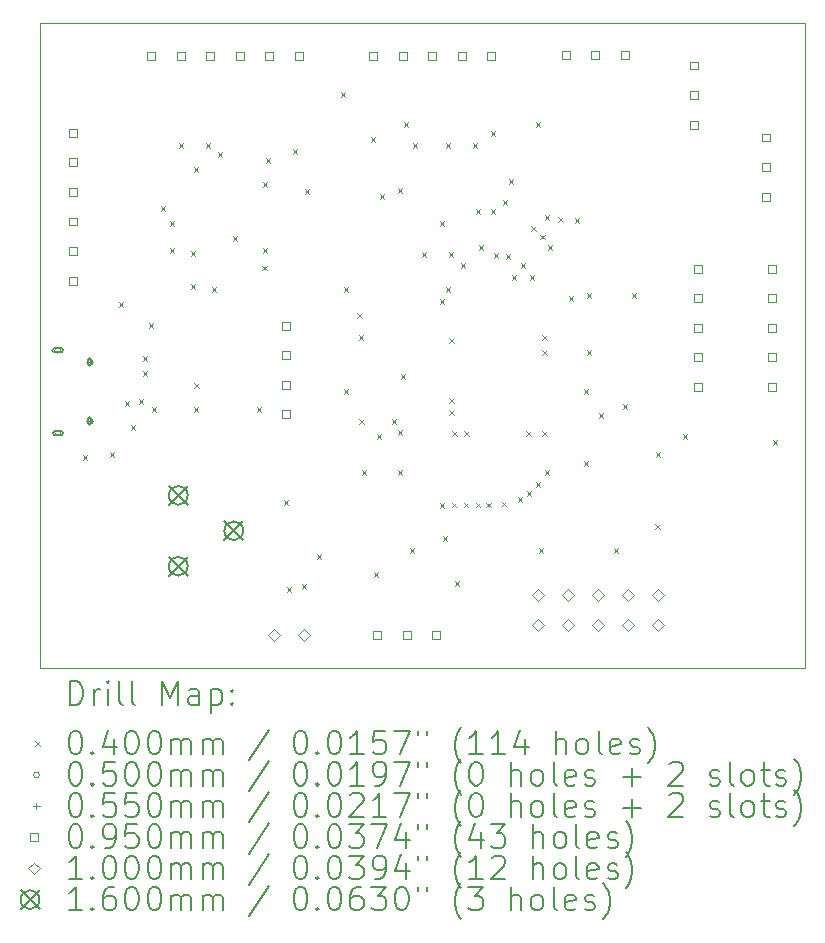
<source format=gbr>
%FSLAX45Y45*%
G04 Gerber Fmt 4.5, Leading zero omitted, Abs format (unit mm)*
G04 Created by KiCad (PCBNEW (6.0.1)) date 2023-10-20 16:17:00*
%MOMM*%
%LPD*%
G01*
G04 APERTURE LIST*
%TA.AperFunction,Profile*%
%ADD10C,0.100000*%
%TD*%
%ADD11C,0.200000*%
%ADD12C,0.040000*%
%ADD13C,0.050000*%
%ADD14C,0.055000*%
%ADD15C,0.095000*%
%ADD16C,0.100000*%
%ADD17C,0.160000*%
G04 APERTURE END LIST*
D10*
X14732000Y-6604000D02*
X21209000Y-6604000D01*
X21209000Y-6604000D02*
X21209000Y-12065000D01*
X14732000Y-12065000D02*
X14732000Y-6604000D01*
X21209000Y-12065000D02*
X14732000Y-12065000D01*
D11*
D12*
X15093000Y-10267000D02*
X15133000Y-10307000D01*
X15133000Y-10267000D02*
X15093000Y-10307000D01*
X15321600Y-10241600D02*
X15361600Y-10281600D01*
X15361600Y-10241600D02*
X15321600Y-10281600D01*
X15397800Y-8971600D02*
X15437800Y-9011600D01*
X15437800Y-8971600D02*
X15397800Y-9011600D01*
X15448600Y-9809800D02*
X15488600Y-9849800D01*
X15488600Y-9809800D02*
X15448600Y-9849800D01*
X15499400Y-10013000D02*
X15539400Y-10053000D01*
X15539400Y-10013000D02*
X15499400Y-10053000D01*
X15566331Y-9793669D02*
X15606331Y-9833669D01*
X15606331Y-9793669D02*
X15566331Y-9833669D01*
X15601000Y-9428800D02*
X15641000Y-9468800D01*
X15641000Y-9428800D02*
X15601000Y-9468800D01*
X15601000Y-9555800D02*
X15641000Y-9595800D01*
X15641000Y-9555800D02*
X15601000Y-9595800D01*
X15651800Y-9149400D02*
X15691800Y-9189400D01*
X15691800Y-9149400D02*
X15651800Y-9189400D01*
X15677200Y-9860600D02*
X15717200Y-9900600D01*
X15717200Y-9860600D02*
X15677200Y-9900600D01*
X15753400Y-8158800D02*
X15793400Y-8198800D01*
X15793400Y-8158800D02*
X15753400Y-8198800D01*
X15829600Y-8285800D02*
X15869600Y-8325800D01*
X15869600Y-8285800D02*
X15829600Y-8325800D01*
X15829600Y-8514400D02*
X15869600Y-8554400D01*
X15869600Y-8514400D02*
X15829600Y-8554400D01*
X15905800Y-7625400D02*
X15945800Y-7665400D01*
X15945800Y-7625400D02*
X15905800Y-7665400D01*
X16007400Y-8539800D02*
X16047400Y-8579800D01*
X16047400Y-8539800D02*
X16007400Y-8579800D01*
X16007400Y-8816700D02*
X16047400Y-8856700D01*
X16047400Y-8816700D02*
X16007400Y-8856700D01*
X16032800Y-7828600D02*
X16072800Y-7868600D01*
X16072800Y-7828600D02*
X16032800Y-7868600D01*
X16032800Y-9860600D02*
X16072800Y-9900600D01*
X16072800Y-9860600D02*
X16032800Y-9900600D01*
X16034998Y-9659598D02*
X16074998Y-9699598D01*
X16074998Y-9659598D02*
X16034998Y-9699598D01*
X16134400Y-7625400D02*
X16174400Y-7665400D01*
X16174400Y-7625400D02*
X16134400Y-7665400D01*
X16185200Y-8844600D02*
X16225200Y-8884600D01*
X16225200Y-8844600D02*
X16185200Y-8884600D01*
X16236000Y-7701600D02*
X16276000Y-7741600D01*
X16276000Y-7701600D02*
X16236000Y-7741600D01*
X16363000Y-8412800D02*
X16403000Y-8452800D01*
X16403000Y-8412800D02*
X16363000Y-8452800D01*
X16566200Y-9860600D02*
X16606200Y-9900600D01*
X16606200Y-9860600D02*
X16566200Y-9900600D01*
X16612500Y-8662500D02*
X16652500Y-8702500D01*
X16652500Y-8662500D02*
X16612500Y-8702500D01*
X16617000Y-7955600D02*
X16657000Y-7995600D01*
X16657000Y-7955600D02*
X16617000Y-7995600D01*
X16617000Y-8514400D02*
X16657000Y-8554400D01*
X16657000Y-8514400D02*
X16617000Y-8554400D01*
X16642400Y-7752400D02*
X16682400Y-7792400D01*
X16682400Y-7752400D02*
X16642400Y-7792400D01*
X16794800Y-10648000D02*
X16834800Y-10688000D01*
X16834800Y-10648000D02*
X16794800Y-10688000D01*
X16820200Y-11384600D02*
X16860200Y-11424600D01*
X16860200Y-11384600D02*
X16820200Y-11424600D01*
X16871000Y-7676200D02*
X16911000Y-7716200D01*
X16911000Y-7676200D02*
X16871000Y-7716200D01*
X16947200Y-11359200D02*
X16987200Y-11399200D01*
X16987200Y-11359200D02*
X16947200Y-11399200D01*
X16972600Y-8016750D02*
X17012600Y-8056750D01*
X17012600Y-8016750D02*
X16972600Y-8056750D01*
X17074200Y-11105200D02*
X17114200Y-11145200D01*
X17114200Y-11105200D02*
X17074200Y-11145200D01*
X17277400Y-7193600D02*
X17317400Y-7233600D01*
X17317400Y-7193600D02*
X17277400Y-7233600D01*
X17302800Y-8844600D02*
X17342800Y-8884600D01*
X17342800Y-8844600D02*
X17302800Y-8884600D01*
X17302800Y-9708200D02*
X17342800Y-9748200D01*
X17342800Y-9708200D02*
X17302800Y-9748200D01*
X17414902Y-9062698D02*
X17454902Y-9102698D01*
X17454902Y-9062698D02*
X17414902Y-9102698D01*
X17429800Y-9251000D02*
X17469800Y-9291000D01*
X17469800Y-9251000D02*
X17429800Y-9291000D01*
X17431950Y-9962200D02*
X17471950Y-10002200D01*
X17471950Y-9962200D02*
X17431950Y-10002200D01*
X17455200Y-10394000D02*
X17495200Y-10434000D01*
X17495200Y-10394000D02*
X17455200Y-10434000D01*
X17531400Y-7574600D02*
X17571400Y-7614600D01*
X17571400Y-7574600D02*
X17531400Y-7614600D01*
X17556800Y-11257600D02*
X17596800Y-11297600D01*
X17596800Y-11257600D02*
X17556800Y-11297600D01*
X17582200Y-10089200D02*
X17622200Y-10129200D01*
X17622200Y-10089200D02*
X17582200Y-10129200D01*
X17607600Y-8057200D02*
X17647600Y-8097200D01*
X17647600Y-8057200D02*
X17607600Y-8097200D01*
X17709200Y-9962200D02*
X17749200Y-10002200D01*
X17749200Y-9962200D02*
X17709200Y-10002200D01*
X17760000Y-8006400D02*
X17800000Y-8046400D01*
X17800000Y-8006400D02*
X17760000Y-8046400D01*
X17760000Y-10052350D02*
X17800000Y-10092350D01*
X17800000Y-10052350D02*
X17760000Y-10092350D01*
X17760000Y-10394000D02*
X17800000Y-10434000D01*
X17800000Y-10394000D02*
X17760000Y-10434000D01*
X17785400Y-9581200D02*
X17825400Y-9621200D01*
X17825400Y-9581200D02*
X17785400Y-9621200D01*
X17810800Y-7447600D02*
X17850800Y-7487600D01*
X17850800Y-7447600D02*
X17810800Y-7487600D01*
X17861600Y-11054400D02*
X17901600Y-11094400D01*
X17901600Y-11054400D02*
X17861600Y-11094400D01*
X17887000Y-7625400D02*
X17927000Y-7665400D01*
X17927000Y-7625400D02*
X17887000Y-7665400D01*
X17963200Y-8546650D02*
X18003200Y-8586650D01*
X18003200Y-8546650D02*
X17963200Y-8586650D01*
X18115600Y-8285800D02*
X18155600Y-8325800D01*
X18155600Y-8285800D02*
X18115600Y-8325800D01*
X18115600Y-8946200D02*
X18155600Y-8986200D01*
X18155600Y-8946200D02*
X18115600Y-8986200D01*
X18115600Y-10673400D02*
X18155600Y-10713400D01*
X18155600Y-10673400D02*
X18115600Y-10713400D01*
X18141000Y-10952800D02*
X18181000Y-10992800D01*
X18181000Y-10952800D02*
X18141000Y-10992800D01*
X18166400Y-7625400D02*
X18206400Y-7665400D01*
X18206400Y-7625400D02*
X18166400Y-7665400D01*
X18166400Y-8844600D02*
X18206400Y-8884600D01*
X18206400Y-8844600D02*
X18166400Y-8884600D01*
X18191800Y-8546650D02*
X18231800Y-8586650D01*
X18231800Y-8546650D02*
X18191800Y-8586650D01*
X18193950Y-9276400D02*
X18233950Y-9316400D01*
X18233950Y-9276400D02*
X18193950Y-9316400D01*
X18193950Y-9784400D02*
X18233950Y-9824400D01*
X18233950Y-9784400D02*
X18193950Y-9824400D01*
X18197500Y-9887500D02*
X18237500Y-9927500D01*
X18237500Y-9887500D02*
X18197500Y-9927500D01*
X18217200Y-10669650D02*
X18257200Y-10709650D01*
X18257200Y-10669650D02*
X18217200Y-10709650D01*
X18219350Y-10063800D02*
X18259350Y-10103800D01*
X18259350Y-10063800D02*
X18219350Y-10103800D01*
X18242600Y-11333800D02*
X18282600Y-11373800D01*
X18282600Y-11333800D02*
X18242600Y-11373800D01*
X18293400Y-8641400D02*
X18333400Y-8681400D01*
X18333400Y-8641400D02*
X18293400Y-8681400D01*
X18318800Y-10669650D02*
X18358800Y-10709650D01*
X18358800Y-10669650D02*
X18318800Y-10709650D01*
X18320950Y-10063800D02*
X18360950Y-10103800D01*
X18360950Y-10063800D02*
X18320950Y-10103800D01*
X18395000Y-7625400D02*
X18435000Y-7665400D01*
X18435000Y-7625400D02*
X18395000Y-7665400D01*
X18420400Y-8180897D02*
X18460400Y-8220897D01*
X18460400Y-8180897D02*
X18420400Y-8220897D01*
X18420400Y-10669650D02*
X18460400Y-10709650D01*
X18460400Y-10669650D02*
X18420400Y-10709650D01*
X18445800Y-8489000D02*
X18485800Y-8529000D01*
X18485800Y-8489000D02*
X18445800Y-8529000D01*
X18510350Y-10669650D02*
X18550350Y-10709650D01*
X18550350Y-10669650D02*
X18510350Y-10709650D01*
X18547400Y-7523800D02*
X18587400Y-7563800D01*
X18587400Y-7523800D02*
X18547400Y-7563800D01*
X18547400Y-8180897D02*
X18587400Y-8220897D01*
X18587400Y-8180897D02*
X18547400Y-8220897D01*
X18572800Y-8558950D02*
X18612800Y-8598950D01*
X18612800Y-8558950D02*
X18572800Y-8598950D01*
X18639513Y-10660163D02*
X18679513Y-10700163D01*
X18679513Y-10660163D02*
X18639513Y-10700163D01*
X18649000Y-8108000D02*
X18689000Y-8148000D01*
X18689000Y-8108000D02*
X18649000Y-8148000D01*
X18674400Y-8565200D02*
X18714400Y-8605200D01*
X18714400Y-8565200D02*
X18674400Y-8605200D01*
X18699800Y-7930200D02*
X18739800Y-7970200D01*
X18739800Y-7930200D02*
X18699800Y-7970200D01*
X18725200Y-8743000D02*
X18765200Y-8783000D01*
X18765200Y-8743000D02*
X18725200Y-8783000D01*
X18776000Y-10622600D02*
X18816000Y-10662600D01*
X18816000Y-10622600D02*
X18776000Y-10662600D01*
X18801400Y-8641400D02*
X18841400Y-8681400D01*
X18841400Y-8641400D02*
X18801400Y-8681400D01*
X18845000Y-10062500D02*
X18885000Y-10102500D01*
X18885000Y-10062500D02*
X18845000Y-10102500D01*
X18852200Y-10571800D02*
X18892200Y-10611800D01*
X18892200Y-10571800D02*
X18852200Y-10611800D01*
X18877600Y-8743000D02*
X18917600Y-8783000D01*
X18917600Y-8743000D02*
X18877600Y-8783000D01*
X18891638Y-8325797D02*
X18931638Y-8365797D01*
X18931638Y-8325797D02*
X18891638Y-8365797D01*
X18928400Y-7447600D02*
X18968400Y-7487600D01*
X18968400Y-7447600D02*
X18928400Y-7487600D01*
X18928400Y-10495600D02*
X18968400Y-10535600D01*
X18968400Y-10495600D02*
X18928400Y-10535600D01*
X18953800Y-11054400D02*
X18993800Y-11094400D01*
X18993800Y-11054400D02*
X18953800Y-11094400D01*
X18967838Y-8398762D02*
X19007838Y-8438762D01*
X19007838Y-8398762D02*
X18967838Y-8438762D01*
X18981350Y-9251000D02*
X19021350Y-9291000D01*
X19021350Y-9251000D02*
X18981350Y-9291000D01*
X18981350Y-9378000D02*
X19021350Y-9418000D01*
X19021350Y-9378000D02*
X18981350Y-9418000D01*
X18981350Y-10063800D02*
X19021350Y-10103800D01*
X19021350Y-10063800D02*
X18981350Y-10103800D01*
X19004600Y-8235000D02*
X19044600Y-8275000D01*
X19044600Y-8235000D02*
X19004600Y-8275000D01*
X19004600Y-10394000D02*
X19044600Y-10434000D01*
X19044600Y-10394000D02*
X19004600Y-10434000D01*
X19030000Y-8489000D02*
X19070000Y-8529000D01*
X19070000Y-8489000D02*
X19030000Y-8529000D01*
X19117562Y-8249038D02*
X19157562Y-8289038D01*
X19157562Y-8249038D02*
X19117562Y-8289038D01*
X19207800Y-8920800D02*
X19247800Y-8960800D01*
X19247800Y-8920800D02*
X19207800Y-8960800D01*
X19258600Y-8260400D02*
X19298600Y-8300400D01*
X19298600Y-8260400D02*
X19258600Y-8300400D01*
X19334800Y-9708200D02*
X19374800Y-9748200D01*
X19374800Y-9708200D02*
X19334800Y-9748200D01*
X19334800Y-10317800D02*
X19374800Y-10357800D01*
X19374800Y-10317800D02*
X19334800Y-10357800D01*
X19360200Y-8895400D02*
X19400200Y-8935400D01*
X19400200Y-8895400D02*
X19360200Y-8935400D01*
X19360200Y-9378000D02*
X19400200Y-9418000D01*
X19400200Y-9378000D02*
X19360200Y-9418000D01*
X19461800Y-9911400D02*
X19501800Y-9951400D01*
X19501800Y-9911400D02*
X19461800Y-9951400D01*
X19588800Y-11054400D02*
X19628800Y-11094400D01*
X19628800Y-11054400D02*
X19588800Y-11094400D01*
X19665000Y-9835200D02*
X19705000Y-9875200D01*
X19705000Y-9835200D02*
X19665000Y-9875200D01*
X19741200Y-8895400D02*
X19781200Y-8935400D01*
X19781200Y-8895400D02*
X19741200Y-8935400D01*
X19940800Y-10847600D02*
X19980800Y-10887600D01*
X19980800Y-10847600D02*
X19940800Y-10887600D01*
X19944400Y-10241600D02*
X19984400Y-10281600D01*
X19984400Y-10241600D02*
X19944400Y-10281600D01*
X20173000Y-10089200D02*
X20213000Y-10129200D01*
X20213000Y-10089200D02*
X20173000Y-10129200D01*
X20935000Y-10140000D02*
X20975000Y-10180000D01*
X20975000Y-10140000D02*
X20935000Y-10180000D01*
D13*
X14906400Y-9378200D02*
G75*
G03*
X14906400Y-9378200I-25000J0D01*
G01*
D11*
X14913900Y-9363200D02*
X14848900Y-9363200D01*
X14913900Y-9393200D02*
X14848900Y-9393200D01*
X14848900Y-9363200D02*
G75*
G03*
X14848900Y-9393200I0J-15000D01*
G01*
X14913900Y-9393200D02*
G75*
G03*
X14913900Y-9363200I0J15000D01*
G01*
D13*
X14906400Y-10078200D02*
G75*
G03*
X14906400Y-10078200I-25000J0D01*
G01*
D11*
X14913900Y-10063200D02*
X14848900Y-10063200D01*
X14913900Y-10093200D02*
X14848900Y-10093200D01*
X14848900Y-10063200D02*
G75*
G03*
X14848900Y-10093200I0J-15000D01*
G01*
X14913900Y-10093200D02*
G75*
G03*
X14913900Y-10063200I0J15000D01*
G01*
D14*
X15151400Y-9450700D02*
X15151400Y-9505700D01*
X15123900Y-9478200D02*
X15178900Y-9478200D01*
D11*
X15133900Y-9463200D02*
X15133900Y-9493200D01*
X15168900Y-9463200D02*
X15168900Y-9493200D01*
X15133900Y-9493200D02*
G75*
G03*
X15168900Y-9493200I17500J0D01*
G01*
X15168900Y-9463200D02*
G75*
G03*
X15133900Y-9463200I-17500J0D01*
G01*
D14*
X15151400Y-9950700D02*
X15151400Y-10005700D01*
X15123900Y-9978200D02*
X15178900Y-9978200D01*
D11*
X15133900Y-9963200D02*
X15133900Y-9993200D01*
X15168900Y-9963200D02*
X15168900Y-9993200D01*
X15133900Y-9993200D02*
G75*
G03*
X15168900Y-9993200I17500J0D01*
G01*
X15168900Y-9963200D02*
G75*
G03*
X15133900Y-9963200I-17500J0D01*
G01*
D15*
X15044988Y-7571988D02*
X15044988Y-7504812D01*
X14977812Y-7504812D01*
X14977812Y-7571988D01*
X15044988Y-7571988D01*
X15044988Y-7821988D02*
X15044988Y-7754812D01*
X14977812Y-7754812D01*
X14977812Y-7821988D01*
X15044988Y-7821988D01*
X15044988Y-8071988D02*
X15044988Y-8004812D01*
X14977812Y-8004812D01*
X14977812Y-8071988D01*
X15044988Y-8071988D01*
X15044988Y-8321988D02*
X15044988Y-8254812D01*
X14977812Y-8254812D01*
X14977812Y-8321988D01*
X15044988Y-8321988D01*
X15044988Y-8571988D02*
X15044988Y-8504812D01*
X14977812Y-8504812D01*
X14977812Y-8571988D01*
X15044988Y-8571988D01*
X15044988Y-8821988D02*
X15044988Y-8754812D01*
X14977812Y-8754812D01*
X14977812Y-8821988D01*
X15044988Y-8821988D01*
X15705388Y-6916988D02*
X15705388Y-6849812D01*
X15638212Y-6849812D01*
X15638212Y-6916988D01*
X15705388Y-6916988D01*
X15955388Y-6916988D02*
X15955388Y-6849812D01*
X15888212Y-6849812D01*
X15888212Y-6916988D01*
X15955388Y-6916988D01*
X16205388Y-6916988D02*
X16205388Y-6849812D01*
X16138212Y-6849812D01*
X16138212Y-6916988D01*
X16205388Y-6916988D01*
X16455388Y-6916988D02*
X16455388Y-6849812D01*
X16388212Y-6849812D01*
X16388212Y-6916988D01*
X16455388Y-6916988D01*
X16705388Y-6916988D02*
X16705388Y-6849812D01*
X16638212Y-6849812D01*
X16638212Y-6916988D01*
X16705388Y-6916988D01*
X16848388Y-9202988D02*
X16848388Y-9135812D01*
X16781212Y-9135812D01*
X16781212Y-9202988D01*
X16848388Y-9202988D01*
X16848388Y-9452988D02*
X16848388Y-9385812D01*
X16781212Y-9385812D01*
X16781212Y-9452988D01*
X16848388Y-9452988D01*
X16848388Y-9702988D02*
X16848388Y-9635812D01*
X16781212Y-9635812D01*
X16781212Y-9702988D01*
X16848388Y-9702988D01*
X16848388Y-9952988D02*
X16848388Y-9885812D01*
X16781212Y-9885812D01*
X16781212Y-9952988D01*
X16848388Y-9952988D01*
X16955388Y-6916988D02*
X16955388Y-6849812D01*
X16888212Y-6849812D01*
X16888212Y-6916988D01*
X16955388Y-6916988D01*
X17584988Y-6916988D02*
X17584988Y-6849812D01*
X17517812Y-6849812D01*
X17517812Y-6916988D01*
X17584988Y-6916988D01*
X17618388Y-11823788D02*
X17618388Y-11756612D01*
X17551212Y-11756612D01*
X17551212Y-11823788D01*
X17618388Y-11823788D01*
X17834988Y-6916988D02*
X17834988Y-6849812D01*
X17767812Y-6849812D01*
X17767812Y-6916988D01*
X17834988Y-6916988D01*
X17868388Y-11823788D02*
X17868388Y-11756612D01*
X17801212Y-11756612D01*
X17801212Y-11823788D01*
X17868388Y-11823788D01*
X18084988Y-6916988D02*
X18084988Y-6849812D01*
X18017812Y-6849812D01*
X18017812Y-6916988D01*
X18084988Y-6916988D01*
X18118388Y-11823788D02*
X18118388Y-11756612D01*
X18051212Y-11756612D01*
X18051212Y-11823788D01*
X18118388Y-11823788D01*
X18334988Y-6916988D02*
X18334988Y-6849812D01*
X18267812Y-6849812D01*
X18267812Y-6916988D01*
X18334988Y-6916988D01*
X18584988Y-6916988D02*
X18584988Y-6849812D01*
X18517812Y-6849812D01*
X18517812Y-6916988D01*
X18584988Y-6916988D01*
X19214588Y-6912388D02*
X19214588Y-6845212D01*
X19147412Y-6845212D01*
X19147412Y-6912388D01*
X19214588Y-6912388D01*
X19464588Y-6912388D02*
X19464588Y-6845212D01*
X19397412Y-6845212D01*
X19397412Y-6912388D01*
X19464588Y-6912388D01*
X19714588Y-6912388D02*
X19714588Y-6845212D01*
X19647412Y-6845212D01*
X19647412Y-6912388D01*
X19714588Y-6912388D01*
X20302788Y-7001188D02*
X20302788Y-6934012D01*
X20235612Y-6934012D01*
X20235612Y-7001188D01*
X20302788Y-7001188D01*
X20302788Y-7251188D02*
X20302788Y-7184012D01*
X20235612Y-7184012D01*
X20235612Y-7251188D01*
X20302788Y-7251188D01*
X20302788Y-7501188D02*
X20302788Y-7434012D01*
X20235612Y-7434012D01*
X20235612Y-7501188D01*
X20302788Y-7501188D01*
X20332788Y-8720388D02*
X20332788Y-8653212D01*
X20265612Y-8653212D01*
X20265612Y-8720388D01*
X20332788Y-8720388D01*
X20332788Y-8970388D02*
X20332788Y-8903212D01*
X20265612Y-8903212D01*
X20265612Y-8970388D01*
X20332788Y-8970388D01*
X20332788Y-9220388D02*
X20332788Y-9153212D01*
X20265612Y-9153212D01*
X20265612Y-9220388D01*
X20332788Y-9220388D01*
X20332788Y-9470388D02*
X20332788Y-9403212D01*
X20265612Y-9403212D01*
X20265612Y-9470388D01*
X20332788Y-9470388D01*
X20332788Y-9720388D02*
X20332788Y-9653212D01*
X20265612Y-9653212D01*
X20265612Y-9720388D01*
X20332788Y-9720388D01*
X20912388Y-7610788D02*
X20912388Y-7543612D01*
X20845212Y-7543612D01*
X20845212Y-7610788D01*
X20912388Y-7610788D01*
X20912388Y-7860788D02*
X20912388Y-7793612D01*
X20845212Y-7793612D01*
X20845212Y-7860788D01*
X20912388Y-7860788D01*
X20912388Y-8110788D02*
X20912388Y-8043612D01*
X20845212Y-8043612D01*
X20845212Y-8110788D01*
X20912388Y-8110788D01*
X20963188Y-8720388D02*
X20963188Y-8653212D01*
X20896012Y-8653212D01*
X20896012Y-8720388D01*
X20963188Y-8720388D01*
X20963188Y-8970388D02*
X20963188Y-8903212D01*
X20896012Y-8903212D01*
X20896012Y-8970388D01*
X20963188Y-8970388D01*
X20963188Y-9220388D02*
X20963188Y-9153212D01*
X20896012Y-9153212D01*
X20896012Y-9220388D01*
X20963188Y-9220388D01*
X20963188Y-9470388D02*
X20963188Y-9403212D01*
X20896012Y-9403212D01*
X20896012Y-9470388D01*
X20963188Y-9470388D01*
X20963188Y-9720388D02*
X20963188Y-9653212D01*
X20896012Y-9653212D01*
X20896012Y-9720388D01*
X20963188Y-9720388D01*
D16*
X16715200Y-11840200D02*
X16765200Y-11790200D01*
X16715200Y-11740200D01*
X16665200Y-11790200D01*
X16715200Y-11840200D01*
X16965200Y-11840200D02*
X17015200Y-11790200D01*
X16965200Y-11740200D01*
X16915200Y-11790200D01*
X16965200Y-11840200D01*
X18949500Y-11502500D02*
X18999500Y-11452500D01*
X18949500Y-11402500D01*
X18899500Y-11452500D01*
X18949500Y-11502500D01*
X18949500Y-11756500D02*
X18999500Y-11706500D01*
X18949500Y-11656500D01*
X18899500Y-11706500D01*
X18949500Y-11756500D01*
X19203500Y-11502500D02*
X19253500Y-11452500D01*
X19203500Y-11402500D01*
X19153500Y-11452500D01*
X19203500Y-11502500D01*
X19203500Y-11756500D02*
X19253500Y-11706500D01*
X19203500Y-11656500D01*
X19153500Y-11706500D01*
X19203500Y-11756500D01*
X19457500Y-11502500D02*
X19507500Y-11452500D01*
X19457500Y-11402500D01*
X19407500Y-11452500D01*
X19457500Y-11502500D01*
X19457500Y-11756500D02*
X19507500Y-11706500D01*
X19457500Y-11656500D01*
X19407500Y-11706500D01*
X19457500Y-11756500D01*
X19711500Y-11502500D02*
X19761500Y-11452500D01*
X19711500Y-11402500D01*
X19661500Y-11452500D01*
X19711500Y-11502500D01*
X19711500Y-11756500D02*
X19761500Y-11706500D01*
X19711500Y-11656500D01*
X19661500Y-11706500D01*
X19711500Y-11756500D01*
X19965500Y-11502500D02*
X20015500Y-11452500D01*
X19965500Y-11402500D01*
X19915500Y-11452500D01*
X19965500Y-11502500D01*
X19965500Y-11756500D02*
X20015500Y-11706500D01*
X19965500Y-11656500D01*
X19915500Y-11706500D01*
X19965500Y-11756500D01*
D17*
X15821600Y-10526800D02*
X15981600Y-10686800D01*
X15981600Y-10526800D02*
X15821600Y-10686800D01*
X15981600Y-10606800D02*
G75*
G03*
X15981600Y-10606800I-80000J0D01*
G01*
X15821600Y-11126800D02*
X15981600Y-11286800D01*
X15981600Y-11126800D02*
X15821600Y-11286800D01*
X15981600Y-11206800D02*
G75*
G03*
X15981600Y-11206800I-80000J0D01*
G01*
X16291600Y-10826800D02*
X16451600Y-10986800D01*
X16451600Y-10826800D02*
X16291600Y-10986800D01*
X16451600Y-10906800D02*
G75*
G03*
X16451600Y-10906800I-80000J0D01*
G01*
D11*
X14984619Y-12380476D02*
X14984619Y-12180476D01*
X15032238Y-12180476D01*
X15060809Y-12190000D01*
X15079857Y-12209048D01*
X15089381Y-12228095D01*
X15098905Y-12266190D01*
X15098905Y-12294762D01*
X15089381Y-12332857D01*
X15079857Y-12351905D01*
X15060809Y-12370952D01*
X15032238Y-12380476D01*
X14984619Y-12380476D01*
X15184619Y-12380476D02*
X15184619Y-12247143D01*
X15184619Y-12285238D02*
X15194143Y-12266190D01*
X15203667Y-12256667D01*
X15222714Y-12247143D01*
X15241762Y-12247143D01*
X15308428Y-12380476D02*
X15308428Y-12247143D01*
X15308428Y-12180476D02*
X15298905Y-12190000D01*
X15308428Y-12199524D01*
X15317952Y-12190000D01*
X15308428Y-12180476D01*
X15308428Y-12199524D01*
X15432238Y-12380476D02*
X15413190Y-12370952D01*
X15403667Y-12351905D01*
X15403667Y-12180476D01*
X15537000Y-12380476D02*
X15517952Y-12370952D01*
X15508428Y-12351905D01*
X15508428Y-12180476D01*
X15765571Y-12380476D02*
X15765571Y-12180476D01*
X15832238Y-12323333D01*
X15898905Y-12180476D01*
X15898905Y-12380476D01*
X16079857Y-12380476D02*
X16079857Y-12275714D01*
X16070333Y-12256667D01*
X16051286Y-12247143D01*
X16013190Y-12247143D01*
X15994143Y-12256667D01*
X16079857Y-12370952D02*
X16060809Y-12380476D01*
X16013190Y-12380476D01*
X15994143Y-12370952D01*
X15984619Y-12351905D01*
X15984619Y-12332857D01*
X15994143Y-12313809D01*
X16013190Y-12304286D01*
X16060809Y-12304286D01*
X16079857Y-12294762D01*
X16175095Y-12247143D02*
X16175095Y-12447143D01*
X16175095Y-12256667D02*
X16194143Y-12247143D01*
X16232238Y-12247143D01*
X16251286Y-12256667D01*
X16260809Y-12266190D01*
X16270333Y-12285238D01*
X16270333Y-12342381D01*
X16260809Y-12361428D01*
X16251286Y-12370952D01*
X16232238Y-12380476D01*
X16194143Y-12380476D01*
X16175095Y-12370952D01*
X16356048Y-12361428D02*
X16365571Y-12370952D01*
X16356048Y-12380476D01*
X16346524Y-12370952D01*
X16356048Y-12361428D01*
X16356048Y-12380476D01*
X16356048Y-12256667D02*
X16365571Y-12266190D01*
X16356048Y-12275714D01*
X16346524Y-12266190D01*
X16356048Y-12256667D01*
X16356048Y-12275714D01*
D12*
X14687000Y-12690000D02*
X14727000Y-12730000D01*
X14727000Y-12690000D02*
X14687000Y-12730000D01*
D11*
X15022714Y-12600476D02*
X15041762Y-12600476D01*
X15060809Y-12610000D01*
X15070333Y-12619524D01*
X15079857Y-12638571D01*
X15089381Y-12676667D01*
X15089381Y-12724286D01*
X15079857Y-12762381D01*
X15070333Y-12781428D01*
X15060809Y-12790952D01*
X15041762Y-12800476D01*
X15022714Y-12800476D01*
X15003667Y-12790952D01*
X14994143Y-12781428D01*
X14984619Y-12762381D01*
X14975095Y-12724286D01*
X14975095Y-12676667D01*
X14984619Y-12638571D01*
X14994143Y-12619524D01*
X15003667Y-12610000D01*
X15022714Y-12600476D01*
X15175095Y-12781428D02*
X15184619Y-12790952D01*
X15175095Y-12800476D01*
X15165571Y-12790952D01*
X15175095Y-12781428D01*
X15175095Y-12800476D01*
X15356048Y-12667143D02*
X15356048Y-12800476D01*
X15308428Y-12590952D02*
X15260809Y-12733809D01*
X15384619Y-12733809D01*
X15498905Y-12600476D02*
X15517952Y-12600476D01*
X15537000Y-12610000D01*
X15546524Y-12619524D01*
X15556048Y-12638571D01*
X15565571Y-12676667D01*
X15565571Y-12724286D01*
X15556048Y-12762381D01*
X15546524Y-12781428D01*
X15537000Y-12790952D01*
X15517952Y-12800476D01*
X15498905Y-12800476D01*
X15479857Y-12790952D01*
X15470333Y-12781428D01*
X15460809Y-12762381D01*
X15451286Y-12724286D01*
X15451286Y-12676667D01*
X15460809Y-12638571D01*
X15470333Y-12619524D01*
X15479857Y-12610000D01*
X15498905Y-12600476D01*
X15689381Y-12600476D02*
X15708428Y-12600476D01*
X15727476Y-12610000D01*
X15737000Y-12619524D01*
X15746524Y-12638571D01*
X15756048Y-12676667D01*
X15756048Y-12724286D01*
X15746524Y-12762381D01*
X15737000Y-12781428D01*
X15727476Y-12790952D01*
X15708428Y-12800476D01*
X15689381Y-12800476D01*
X15670333Y-12790952D01*
X15660809Y-12781428D01*
X15651286Y-12762381D01*
X15641762Y-12724286D01*
X15641762Y-12676667D01*
X15651286Y-12638571D01*
X15660809Y-12619524D01*
X15670333Y-12610000D01*
X15689381Y-12600476D01*
X15841762Y-12800476D02*
X15841762Y-12667143D01*
X15841762Y-12686190D02*
X15851286Y-12676667D01*
X15870333Y-12667143D01*
X15898905Y-12667143D01*
X15917952Y-12676667D01*
X15927476Y-12695714D01*
X15927476Y-12800476D01*
X15927476Y-12695714D02*
X15937000Y-12676667D01*
X15956048Y-12667143D01*
X15984619Y-12667143D01*
X16003667Y-12676667D01*
X16013190Y-12695714D01*
X16013190Y-12800476D01*
X16108428Y-12800476D02*
X16108428Y-12667143D01*
X16108428Y-12686190D02*
X16117952Y-12676667D01*
X16137000Y-12667143D01*
X16165571Y-12667143D01*
X16184619Y-12676667D01*
X16194143Y-12695714D01*
X16194143Y-12800476D01*
X16194143Y-12695714D02*
X16203667Y-12676667D01*
X16222714Y-12667143D01*
X16251286Y-12667143D01*
X16270333Y-12676667D01*
X16279857Y-12695714D01*
X16279857Y-12800476D01*
X16670333Y-12590952D02*
X16498905Y-12848095D01*
X16927476Y-12600476D02*
X16946524Y-12600476D01*
X16965571Y-12610000D01*
X16975095Y-12619524D01*
X16984619Y-12638571D01*
X16994143Y-12676667D01*
X16994143Y-12724286D01*
X16984619Y-12762381D01*
X16975095Y-12781428D01*
X16965571Y-12790952D01*
X16946524Y-12800476D01*
X16927476Y-12800476D01*
X16908429Y-12790952D01*
X16898905Y-12781428D01*
X16889381Y-12762381D01*
X16879857Y-12724286D01*
X16879857Y-12676667D01*
X16889381Y-12638571D01*
X16898905Y-12619524D01*
X16908429Y-12610000D01*
X16927476Y-12600476D01*
X17079857Y-12781428D02*
X17089381Y-12790952D01*
X17079857Y-12800476D01*
X17070333Y-12790952D01*
X17079857Y-12781428D01*
X17079857Y-12800476D01*
X17213190Y-12600476D02*
X17232238Y-12600476D01*
X17251286Y-12610000D01*
X17260810Y-12619524D01*
X17270333Y-12638571D01*
X17279857Y-12676667D01*
X17279857Y-12724286D01*
X17270333Y-12762381D01*
X17260810Y-12781428D01*
X17251286Y-12790952D01*
X17232238Y-12800476D01*
X17213190Y-12800476D01*
X17194143Y-12790952D01*
X17184619Y-12781428D01*
X17175095Y-12762381D01*
X17165571Y-12724286D01*
X17165571Y-12676667D01*
X17175095Y-12638571D01*
X17184619Y-12619524D01*
X17194143Y-12610000D01*
X17213190Y-12600476D01*
X17470333Y-12800476D02*
X17356048Y-12800476D01*
X17413190Y-12800476D02*
X17413190Y-12600476D01*
X17394143Y-12629048D01*
X17375095Y-12648095D01*
X17356048Y-12657619D01*
X17651286Y-12600476D02*
X17556048Y-12600476D01*
X17546524Y-12695714D01*
X17556048Y-12686190D01*
X17575095Y-12676667D01*
X17622714Y-12676667D01*
X17641762Y-12686190D01*
X17651286Y-12695714D01*
X17660810Y-12714762D01*
X17660810Y-12762381D01*
X17651286Y-12781428D01*
X17641762Y-12790952D01*
X17622714Y-12800476D01*
X17575095Y-12800476D01*
X17556048Y-12790952D01*
X17546524Y-12781428D01*
X17727476Y-12600476D02*
X17860810Y-12600476D01*
X17775095Y-12800476D01*
X17927476Y-12600476D02*
X17927476Y-12638571D01*
X18003667Y-12600476D02*
X18003667Y-12638571D01*
X18298905Y-12876667D02*
X18289381Y-12867143D01*
X18270333Y-12838571D01*
X18260810Y-12819524D01*
X18251286Y-12790952D01*
X18241762Y-12743333D01*
X18241762Y-12705238D01*
X18251286Y-12657619D01*
X18260810Y-12629048D01*
X18270333Y-12610000D01*
X18289381Y-12581428D01*
X18298905Y-12571905D01*
X18479857Y-12800476D02*
X18365571Y-12800476D01*
X18422714Y-12800476D02*
X18422714Y-12600476D01*
X18403667Y-12629048D01*
X18384619Y-12648095D01*
X18365571Y-12657619D01*
X18670333Y-12800476D02*
X18556048Y-12800476D01*
X18613190Y-12800476D02*
X18613190Y-12600476D01*
X18594143Y-12629048D01*
X18575095Y-12648095D01*
X18556048Y-12657619D01*
X18841762Y-12667143D02*
X18841762Y-12800476D01*
X18794143Y-12590952D02*
X18746524Y-12733809D01*
X18870333Y-12733809D01*
X19098905Y-12800476D02*
X19098905Y-12600476D01*
X19184619Y-12800476D02*
X19184619Y-12695714D01*
X19175095Y-12676667D01*
X19156048Y-12667143D01*
X19127476Y-12667143D01*
X19108429Y-12676667D01*
X19098905Y-12686190D01*
X19308429Y-12800476D02*
X19289381Y-12790952D01*
X19279857Y-12781428D01*
X19270333Y-12762381D01*
X19270333Y-12705238D01*
X19279857Y-12686190D01*
X19289381Y-12676667D01*
X19308429Y-12667143D01*
X19337000Y-12667143D01*
X19356048Y-12676667D01*
X19365571Y-12686190D01*
X19375095Y-12705238D01*
X19375095Y-12762381D01*
X19365571Y-12781428D01*
X19356048Y-12790952D01*
X19337000Y-12800476D01*
X19308429Y-12800476D01*
X19489381Y-12800476D02*
X19470333Y-12790952D01*
X19460810Y-12771905D01*
X19460810Y-12600476D01*
X19641762Y-12790952D02*
X19622714Y-12800476D01*
X19584619Y-12800476D01*
X19565571Y-12790952D01*
X19556048Y-12771905D01*
X19556048Y-12695714D01*
X19565571Y-12676667D01*
X19584619Y-12667143D01*
X19622714Y-12667143D01*
X19641762Y-12676667D01*
X19651286Y-12695714D01*
X19651286Y-12714762D01*
X19556048Y-12733809D01*
X19727476Y-12790952D02*
X19746524Y-12800476D01*
X19784619Y-12800476D01*
X19803667Y-12790952D01*
X19813190Y-12771905D01*
X19813190Y-12762381D01*
X19803667Y-12743333D01*
X19784619Y-12733809D01*
X19756048Y-12733809D01*
X19737000Y-12724286D01*
X19727476Y-12705238D01*
X19727476Y-12695714D01*
X19737000Y-12676667D01*
X19756048Y-12667143D01*
X19784619Y-12667143D01*
X19803667Y-12676667D01*
X19879857Y-12876667D02*
X19889381Y-12867143D01*
X19908429Y-12838571D01*
X19917952Y-12819524D01*
X19927476Y-12790952D01*
X19937000Y-12743333D01*
X19937000Y-12705238D01*
X19927476Y-12657619D01*
X19917952Y-12629048D01*
X19908429Y-12610000D01*
X19889381Y-12581428D01*
X19879857Y-12571905D01*
D13*
X14727000Y-12974000D02*
G75*
G03*
X14727000Y-12974000I-25000J0D01*
G01*
D11*
X15022714Y-12864476D02*
X15041762Y-12864476D01*
X15060809Y-12874000D01*
X15070333Y-12883524D01*
X15079857Y-12902571D01*
X15089381Y-12940667D01*
X15089381Y-12988286D01*
X15079857Y-13026381D01*
X15070333Y-13045428D01*
X15060809Y-13054952D01*
X15041762Y-13064476D01*
X15022714Y-13064476D01*
X15003667Y-13054952D01*
X14994143Y-13045428D01*
X14984619Y-13026381D01*
X14975095Y-12988286D01*
X14975095Y-12940667D01*
X14984619Y-12902571D01*
X14994143Y-12883524D01*
X15003667Y-12874000D01*
X15022714Y-12864476D01*
X15175095Y-13045428D02*
X15184619Y-13054952D01*
X15175095Y-13064476D01*
X15165571Y-13054952D01*
X15175095Y-13045428D01*
X15175095Y-13064476D01*
X15365571Y-12864476D02*
X15270333Y-12864476D01*
X15260809Y-12959714D01*
X15270333Y-12950190D01*
X15289381Y-12940667D01*
X15337000Y-12940667D01*
X15356048Y-12950190D01*
X15365571Y-12959714D01*
X15375095Y-12978762D01*
X15375095Y-13026381D01*
X15365571Y-13045428D01*
X15356048Y-13054952D01*
X15337000Y-13064476D01*
X15289381Y-13064476D01*
X15270333Y-13054952D01*
X15260809Y-13045428D01*
X15498905Y-12864476D02*
X15517952Y-12864476D01*
X15537000Y-12874000D01*
X15546524Y-12883524D01*
X15556048Y-12902571D01*
X15565571Y-12940667D01*
X15565571Y-12988286D01*
X15556048Y-13026381D01*
X15546524Y-13045428D01*
X15537000Y-13054952D01*
X15517952Y-13064476D01*
X15498905Y-13064476D01*
X15479857Y-13054952D01*
X15470333Y-13045428D01*
X15460809Y-13026381D01*
X15451286Y-12988286D01*
X15451286Y-12940667D01*
X15460809Y-12902571D01*
X15470333Y-12883524D01*
X15479857Y-12874000D01*
X15498905Y-12864476D01*
X15689381Y-12864476D02*
X15708428Y-12864476D01*
X15727476Y-12874000D01*
X15737000Y-12883524D01*
X15746524Y-12902571D01*
X15756048Y-12940667D01*
X15756048Y-12988286D01*
X15746524Y-13026381D01*
X15737000Y-13045428D01*
X15727476Y-13054952D01*
X15708428Y-13064476D01*
X15689381Y-13064476D01*
X15670333Y-13054952D01*
X15660809Y-13045428D01*
X15651286Y-13026381D01*
X15641762Y-12988286D01*
X15641762Y-12940667D01*
X15651286Y-12902571D01*
X15660809Y-12883524D01*
X15670333Y-12874000D01*
X15689381Y-12864476D01*
X15841762Y-13064476D02*
X15841762Y-12931143D01*
X15841762Y-12950190D02*
X15851286Y-12940667D01*
X15870333Y-12931143D01*
X15898905Y-12931143D01*
X15917952Y-12940667D01*
X15927476Y-12959714D01*
X15927476Y-13064476D01*
X15927476Y-12959714D02*
X15937000Y-12940667D01*
X15956048Y-12931143D01*
X15984619Y-12931143D01*
X16003667Y-12940667D01*
X16013190Y-12959714D01*
X16013190Y-13064476D01*
X16108428Y-13064476D02*
X16108428Y-12931143D01*
X16108428Y-12950190D02*
X16117952Y-12940667D01*
X16137000Y-12931143D01*
X16165571Y-12931143D01*
X16184619Y-12940667D01*
X16194143Y-12959714D01*
X16194143Y-13064476D01*
X16194143Y-12959714D02*
X16203667Y-12940667D01*
X16222714Y-12931143D01*
X16251286Y-12931143D01*
X16270333Y-12940667D01*
X16279857Y-12959714D01*
X16279857Y-13064476D01*
X16670333Y-12854952D02*
X16498905Y-13112095D01*
X16927476Y-12864476D02*
X16946524Y-12864476D01*
X16965571Y-12874000D01*
X16975095Y-12883524D01*
X16984619Y-12902571D01*
X16994143Y-12940667D01*
X16994143Y-12988286D01*
X16984619Y-13026381D01*
X16975095Y-13045428D01*
X16965571Y-13054952D01*
X16946524Y-13064476D01*
X16927476Y-13064476D01*
X16908429Y-13054952D01*
X16898905Y-13045428D01*
X16889381Y-13026381D01*
X16879857Y-12988286D01*
X16879857Y-12940667D01*
X16889381Y-12902571D01*
X16898905Y-12883524D01*
X16908429Y-12874000D01*
X16927476Y-12864476D01*
X17079857Y-13045428D02*
X17089381Y-13054952D01*
X17079857Y-13064476D01*
X17070333Y-13054952D01*
X17079857Y-13045428D01*
X17079857Y-13064476D01*
X17213190Y-12864476D02*
X17232238Y-12864476D01*
X17251286Y-12874000D01*
X17260810Y-12883524D01*
X17270333Y-12902571D01*
X17279857Y-12940667D01*
X17279857Y-12988286D01*
X17270333Y-13026381D01*
X17260810Y-13045428D01*
X17251286Y-13054952D01*
X17232238Y-13064476D01*
X17213190Y-13064476D01*
X17194143Y-13054952D01*
X17184619Y-13045428D01*
X17175095Y-13026381D01*
X17165571Y-12988286D01*
X17165571Y-12940667D01*
X17175095Y-12902571D01*
X17184619Y-12883524D01*
X17194143Y-12874000D01*
X17213190Y-12864476D01*
X17470333Y-13064476D02*
X17356048Y-13064476D01*
X17413190Y-13064476D02*
X17413190Y-12864476D01*
X17394143Y-12893048D01*
X17375095Y-12912095D01*
X17356048Y-12921619D01*
X17565571Y-13064476D02*
X17603667Y-13064476D01*
X17622714Y-13054952D01*
X17632238Y-13045428D01*
X17651286Y-13016857D01*
X17660810Y-12978762D01*
X17660810Y-12902571D01*
X17651286Y-12883524D01*
X17641762Y-12874000D01*
X17622714Y-12864476D01*
X17584619Y-12864476D01*
X17565571Y-12874000D01*
X17556048Y-12883524D01*
X17546524Y-12902571D01*
X17546524Y-12950190D01*
X17556048Y-12969238D01*
X17565571Y-12978762D01*
X17584619Y-12988286D01*
X17622714Y-12988286D01*
X17641762Y-12978762D01*
X17651286Y-12969238D01*
X17660810Y-12950190D01*
X17727476Y-12864476D02*
X17860810Y-12864476D01*
X17775095Y-13064476D01*
X17927476Y-12864476D02*
X17927476Y-12902571D01*
X18003667Y-12864476D02*
X18003667Y-12902571D01*
X18298905Y-13140667D02*
X18289381Y-13131143D01*
X18270333Y-13102571D01*
X18260810Y-13083524D01*
X18251286Y-13054952D01*
X18241762Y-13007333D01*
X18241762Y-12969238D01*
X18251286Y-12921619D01*
X18260810Y-12893048D01*
X18270333Y-12874000D01*
X18289381Y-12845428D01*
X18298905Y-12835905D01*
X18413190Y-12864476D02*
X18432238Y-12864476D01*
X18451286Y-12874000D01*
X18460810Y-12883524D01*
X18470333Y-12902571D01*
X18479857Y-12940667D01*
X18479857Y-12988286D01*
X18470333Y-13026381D01*
X18460810Y-13045428D01*
X18451286Y-13054952D01*
X18432238Y-13064476D01*
X18413190Y-13064476D01*
X18394143Y-13054952D01*
X18384619Y-13045428D01*
X18375095Y-13026381D01*
X18365571Y-12988286D01*
X18365571Y-12940667D01*
X18375095Y-12902571D01*
X18384619Y-12883524D01*
X18394143Y-12874000D01*
X18413190Y-12864476D01*
X18717952Y-13064476D02*
X18717952Y-12864476D01*
X18803667Y-13064476D02*
X18803667Y-12959714D01*
X18794143Y-12940667D01*
X18775095Y-12931143D01*
X18746524Y-12931143D01*
X18727476Y-12940667D01*
X18717952Y-12950190D01*
X18927476Y-13064476D02*
X18908429Y-13054952D01*
X18898905Y-13045428D01*
X18889381Y-13026381D01*
X18889381Y-12969238D01*
X18898905Y-12950190D01*
X18908429Y-12940667D01*
X18927476Y-12931143D01*
X18956048Y-12931143D01*
X18975095Y-12940667D01*
X18984619Y-12950190D01*
X18994143Y-12969238D01*
X18994143Y-13026381D01*
X18984619Y-13045428D01*
X18975095Y-13054952D01*
X18956048Y-13064476D01*
X18927476Y-13064476D01*
X19108429Y-13064476D02*
X19089381Y-13054952D01*
X19079857Y-13035905D01*
X19079857Y-12864476D01*
X19260810Y-13054952D02*
X19241762Y-13064476D01*
X19203667Y-13064476D01*
X19184619Y-13054952D01*
X19175095Y-13035905D01*
X19175095Y-12959714D01*
X19184619Y-12940667D01*
X19203667Y-12931143D01*
X19241762Y-12931143D01*
X19260810Y-12940667D01*
X19270333Y-12959714D01*
X19270333Y-12978762D01*
X19175095Y-12997809D01*
X19346524Y-13054952D02*
X19365571Y-13064476D01*
X19403667Y-13064476D01*
X19422714Y-13054952D01*
X19432238Y-13035905D01*
X19432238Y-13026381D01*
X19422714Y-13007333D01*
X19403667Y-12997809D01*
X19375095Y-12997809D01*
X19356048Y-12988286D01*
X19346524Y-12969238D01*
X19346524Y-12959714D01*
X19356048Y-12940667D01*
X19375095Y-12931143D01*
X19403667Y-12931143D01*
X19422714Y-12940667D01*
X19670333Y-12988286D02*
X19822714Y-12988286D01*
X19746524Y-13064476D02*
X19746524Y-12912095D01*
X20060810Y-12883524D02*
X20070333Y-12874000D01*
X20089381Y-12864476D01*
X20137000Y-12864476D01*
X20156048Y-12874000D01*
X20165571Y-12883524D01*
X20175095Y-12902571D01*
X20175095Y-12921619D01*
X20165571Y-12950190D01*
X20051286Y-13064476D01*
X20175095Y-13064476D01*
X20403667Y-13054952D02*
X20422714Y-13064476D01*
X20460810Y-13064476D01*
X20479857Y-13054952D01*
X20489381Y-13035905D01*
X20489381Y-13026381D01*
X20479857Y-13007333D01*
X20460810Y-12997809D01*
X20432238Y-12997809D01*
X20413190Y-12988286D01*
X20403667Y-12969238D01*
X20403667Y-12959714D01*
X20413190Y-12940667D01*
X20432238Y-12931143D01*
X20460810Y-12931143D01*
X20479857Y-12940667D01*
X20603667Y-13064476D02*
X20584619Y-13054952D01*
X20575095Y-13035905D01*
X20575095Y-12864476D01*
X20708429Y-13064476D02*
X20689381Y-13054952D01*
X20679857Y-13045428D01*
X20670333Y-13026381D01*
X20670333Y-12969238D01*
X20679857Y-12950190D01*
X20689381Y-12940667D01*
X20708429Y-12931143D01*
X20737000Y-12931143D01*
X20756048Y-12940667D01*
X20765571Y-12950190D01*
X20775095Y-12969238D01*
X20775095Y-13026381D01*
X20765571Y-13045428D01*
X20756048Y-13054952D01*
X20737000Y-13064476D01*
X20708429Y-13064476D01*
X20832238Y-12931143D02*
X20908429Y-12931143D01*
X20860810Y-12864476D02*
X20860810Y-13035905D01*
X20870333Y-13054952D01*
X20889381Y-13064476D01*
X20908429Y-13064476D01*
X20965571Y-13054952D02*
X20984619Y-13064476D01*
X21022714Y-13064476D01*
X21041762Y-13054952D01*
X21051286Y-13035905D01*
X21051286Y-13026381D01*
X21041762Y-13007333D01*
X21022714Y-12997809D01*
X20994143Y-12997809D01*
X20975095Y-12988286D01*
X20965571Y-12969238D01*
X20965571Y-12959714D01*
X20975095Y-12940667D01*
X20994143Y-12931143D01*
X21022714Y-12931143D01*
X21041762Y-12940667D01*
X21117952Y-13140667D02*
X21127476Y-13131143D01*
X21146524Y-13102571D01*
X21156048Y-13083524D01*
X21165571Y-13054952D01*
X21175095Y-13007333D01*
X21175095Y-12969238D01*
X21165571Y-12921619D01*
X21156048Y-12893048D01*
X21146524Y-12874000D01*
X21127476Y-12845428D01*
X21117952Y-12835905D01*
D14*
X14699500Y-13210500D02*
X14699500Y-13265500D01*
X14672000Y-13238000D02*
X14727000Y-13238000D01*
D11*
X15022714Y-13128476D02*
X15041762Y-13128476D01*
X15060809Y-13138000D01*
X15070333Y-13147524D01*
X15079857Y-13166571D01*
X15089381Y-13204667D01*
X15089381Y-13252286D01*
X15079857Y-13290381D01*
X15070333Y-13309428D01*
X15060809Y-13318952D01*
X15041762Y-13328476D01*
X15022714Y-13328476D01*
X15003667Y-13318952D01*
X14994143Y-13309428D01*
X14984619Y-13290381D01*
X14975095Y-13252286D01*
X14975095Y-13204667D01*
X14984619Y-13166571D01*
X14994143Y-13147524D01*
X15003667Y-13138000D01*
X15022714Y-13128476D01*
X15175095Y-13309428D02*
X15184619Y-13318952D01*
X15175095Y-13328476D01*
X15165571Y-13318952D01*
X15175095Y-13309428D01*
X15175095Y-13328476D01*
X15365571Y-13128476D02*
X15270333Y-13128476D01*
X15260809Y-13223714D01*
X15270333Y-13214190D01*
X15289381Y-13204667D01*
X15337000Y-13204667D01*
X15356048Y-13214190D01*
X15365571Y-13223714D01*
X15375095Y-13242762D01*
X15375095Y-13290381D01*
X15365571Y-13309428D01*
X15356048Y-13318952D01*
X15337000Y-13328476D01*
X15289381Y-13328476D01*
X15270333Y-13318952D01*
X15260809Y-13309428D01*
X15556048Y-13128476D02*
X15460809Y-13128476D01*
X15451286Y-13223714D01*
X15460809Y-13214190D01*
X15479857Y-13204667D01*
X15527476Y-13204667D01*
X15546524Y-13214190D01*
X15556048Y-13223714D01*
X15565571Y-13242762D01*
X15565571Y-13290381D01*
X15556048Y-13309428D01*
X15546524Y-13318952D01*
X15527476Y-13328476D01*
X15479857Y-13328476D01*
X15460809Y-13318952D01*
X15451286Y-13309428D01*
X15689381Y-13128476D02*
X15708428Y-13128476D01*
X15727476Y-13138000D01*
X15737000Y-13147524D01*
X15746524Y-13166571D01*
X15756048Y-13204667D01*
X15756048Y-13252286D01*
X15746524Y-13290381D01*
X15737000Y-13309428D01*
X15727476Y-13318952D01*
X15708428Y-13328476D01*
X15689381Y-13328476D01*
X15670333Y-13318952D01*
X15660809Y-13309428D01*
X15651286Y-13290381D01*
X15641762Y-13252286D01*
X15641762Y-13204667D01*
X15651286Y-13166571D01*
X15660809Y-13147524D01*
X15670333Y-13138000D01*
X15689381Y-13128476D01*
X15841762Y-13328476D02*
X15841762Y-13195143D01*
X15841762Y-13214190D02*
X15851286Y-13204667D01*
X15870333Y-13195143D01*
X15898905Y-13195143D01*
X15917952Y-13204667D01*
X15927476Y-13223714D01*
X15927476Y-13328476D01*
X15927476Y-13223714D02*
X15937000Y-13204667D01*
X15956048Y-13195143D01*
X15984619Y-13195143D01*
X16003667Y-13204667D01*
X16013190Y-13223714D01*
X16013190Y-13328476D01*
X16108428Y-13328476D02*
X16108428Y-13195143D01*
X16108428Y-13214190D02*
X16117952Y-13204667D01*
X16137000Y-13195143D01*
X16165571Y-13195143D01*
X16184619Y-13204667D01*
X16194143Y-13223714D01*
X16194143Y-13328476D01*
X16194143Y-13223714D02*
X16203667Y-13204667D01*
X16222714Y-13195143D01*
X16251286Y-13195143D01*
X16270333Y-13204667D01*
X16279857Y-13223714D01*
X16279857Y-13328476D01*
X16670333Y-13118952D02*
X16498905Y-13376095D01*
X16927476Y-13128476D02*
X16946524Y-13128476D01*
X16965571Y-13138000D01*
X16975095Y-13147524D01*
X16984619Y-13166571D01*
X16994143Y-13204667D01*
X16994143Y-13252286D01*
X16984619Y-13290381D01*
X16975095Y-13309428D01*
X16965571Y-13318952D01*
X16946524Y-13328476D01*
X16927476Y-13328476D01*
X16908429Y-13318952D01*
X16898905Y-13309428D01*
X16889381Y-13290381D01*
X16879857Y-13252286D01*
X16879857Y-13204667D01*
X16889381Y-13166571D01*
X16898905Y-13147524D01*
X16908429Y-13138000D01*
X16927476Y-13128476D01*
X17079857Y-13309428D02*
X17089381Y-13318952D01*
X17079857Y-13328476D01*
X17070333Y-13318952D01*
X17079857Y-13309428D01*
X17079857Y-13328476D01*
X17213190Y-13128476D02*
X17232238Y-13128476D01*
X17251286Y-13138000D01*
X17260810Y-13147524D01*
X17270333Y-13166571D01*
X17279857Y-13204667D01*
X17279857Y-13252286D01*
X17270333Y-13290381D01*
X17260810Y-13309428D01*
X17251286Y-13318952D01*
X17232238Y-13328476D01*
X17213190Y-13328476D01*
X17194143Y-13318952D01*
X17184619Y-13309428D01*
X17175095Y-13290381D01*
X17165571Y-13252286D01*
X17165571Y-13204667D01*
X17175095Y-13166571D01*
X17184619Y-13147524D01*
X17194143Y-13138000D01*
X17213190Y-13128476D01*
X17356048Y-13147524D02*
X17365571Y-13138000D01*
X17384619Y-13128476D01*
X17432238Y-13128476D01*
X17451286Y-13138000D01*
X17460810Y-13147524D01*
X17470333Y-13166571D01*
X17470333Y-13185619D01*
X17460810Y-13214190D01*
X17346524Y-13328476D01*
X17470333Y-13328476D01*
X17660810Y-13328476D02*
X17546524Y-13328476D01*
X17603667Y-13328476D02*
X17603667Y-13128476D01*
X17584619Y-13157048D01*
X17565571Y-13176095D01*
X17546524Y-13185619D01*
X17727476Y-13128476D02*
X17860810Y-13128476D01*
X17775095Y-13328476D01*
X17927476Y-13128476D02*
X17927476Y-13166571D01*
X18003667Y-13128476D02*
X18003667Y-13166571D01*
X18298905Y-13404667D02*
X18289381Y-13395143D01*
X18270333Y-13366571D01*
X18260810Y-13347524D01*
X18251286Y-13318952D01*
X18241762Y-13271333D01*
X18241762Y-13233238D01*
X18251286Y-13185619D01*
X18260810Y-13157048D01*
X18270333Y-13138000D01*
X18289381Y-13109428D01*
X18298905Y-13099905D01*
X18413190Y-13128476D02*
X18432238Y-13128476D01*
X18451286Y-13138000D01*
X18460810Y-13147524D01*
X18470333Y-13166571D01*
X18479857Y-13204667D01*
X18479857Y-13252286D01*
X18470333Y-13290381D01*
X18460810Y-13309428D01*
X18451286Y-13318952D01*
X18432238Y-13328476D01*
X18413190Y-13328476D01*
X18394143Y-13318952D01*
X18384619Y-13309428D01*
X18375095Y-13290381D01*
X18365571Y-13252286D01*
X18365571Y-13204667D01*
X18375095Y-13166571D01*
X18384619Y-13147524D01*
X18394143Y-13138000D01*
X18413190Y-13128476D01*
X18717952Y-13328476D02*
X18717952Y-13128476D01*
X18803667Y-13328476D02*
X18803667Y-13223714D01*
X18794143Y-13204667D01*
X18775095Y-13195143D01*
X18746524Y-13195143D01*
X18727476Y-13204667D01*
X18717952Y-13214190D01*
X18927476Y-13328476D02*
X18908429Y-13318952D01*
X18898905Y-13309428D01*
X18889381Y-13290381D01*
X18889381Y-13233238D01*
X18898905Y-13214190D01*
X18908429Y-13204667D01*
X18927476Y-13195143D01*
X18956048Y-13195143D01*
X18975095Y-13204667D01*
X18984619Y-13214190D01*
X18994143Y-13233238D01*
X18994143Y-13290381D01*
X18984619Y-13309428D01*
X18975095Y-13318952D01*
X18956048Y-13328476D01*
X18927476Y-13328476D01*
X19108429Y-13328476D02*
X19089381Y-13318952D01*
X19079857Y-13299905D01*
X19079857Y-13128476D01*
X19260810Y-13318952D02*
X19241762Y-13328476D01*
X19203667Y-13328476D01*
X19184619Y-13318952D01*
X19175095Y-13299905D01*
X19175095Y-13223714D01*
X19184619Y-13204667D01*
X19203667Y-13195143D01*
X19241762Y-13195143D01*
X19260810Y-13204667D01*
X19270333Y-13223714D01*
X19270333Y-13242762D01*
X19175095Y-13261809D01*
X19346524Y-13318952D02*
X19365571Y-13328476D01*
X19403667Y-13328476D01*
X19422714Y-13318952D01*
X19432238Y-13299905D01*
X19432238Y-13290381D01*
X19422714Y-13271333D01*
X19403667Y-13261809D01*
X19375095Y-13261809D01*
X19356048Y-13252286D01*
X19346524Y-13233238D01*
X19346524Y-13223714D01*
X19356048Y-13204667D01*
X19375095Y-13195143D01*
X19403667Y-13195143D01*
X19422714Y-13204667D01*
X19670333Y-13252286D02*
X19822714Y-13252286D01*
X19746524Y-13328476D02*
X19746524Y-13176095D01*
X20060810Y-13147524D02*
X20070333Y-13138000D01*
X20089381Y-13128476D01*
X20137000Y-13128476D01*
X20156048Y-13138000D01*
X20165571Y-13147524D01*
X20175095Y-13166571D01*
X20175095Y-13185619D01*
X20165571Y-13214190D01*
X20051286Y-13328476D01*
X20175095Y-13328476D01*
X20403667Y-13318952D02*
X20422714Y-13328476D01*
X20460810Y-13328476D01*
X20479857Y-13318952D01*
X20489381Y-13299905D01*
X20489381Y-13290381D01*
X20479857Y-13271333D01*
X20460810Y-13261809D01*
X20432238Y-13261809D01*
X20413190Y-13252286D01*
X20403667Y-13233238D01*
X20403667Y-13223714D01*
X20413190Y-13204667D01*
X20432238Y-13195143D01*
X20460810Y-13195143D01*
X20479857Y-13204667D01*
X20603667Y-13328476D02*
X20584619Y-13318952D01*
X20575095Y-13299905D01*
X20575095Y-13128476D01*
X20708429Y-13328476D02*
X20689381Y-13318952D01*
X20679857Y-13309428D01*
X20670333Y-13290381D01*
X20670333Y-13233238D01*
X20679857Y-13214190D01*
X20689381Y-13204667D01*
X20708429Y-13195143D01*
X20737000Y-13195143D01*
X20756048Y-13204667D01*
X20765571Y-13214190D01*
X20775095Y-13233238D01*
X20775095Y-13290381D01*
X20765571Y-13309428D01*
X20756048Y-13318952D01*
X20737000Y-13328476D01*
X20708429Y-13328476D01*
X20832238Y-13195143D02*
X20908429Y-13195143D01*
X20860810Y-13128476D02*
X20860810Y-13299905D01*
X20870333Y-13318952D01*
X20889381Y-13328476D01*
X20908429Y-13328476D01*
X20965571Y-13318952D02*
X20984619Y-13328476D01*
X21022714Y-13328476D01*
X21041762Y-13318952D01*
X21051286Y-13299905D01*
X21051286Y-13290381D01*
X21041762Y-13271333D01*
X21022714Y-13261809D01*
X20994143Y-13261809D01*
X20975095Y-13252286D01*
X20965571Y-13233238D01*
X20965571Y-13223714D01*
X20975095Y-13204667D01*
X20994143Y-13195143D01*
X21022714Y-13195143D01*
X21041762Y-13204667D01*
X21117952Y-13404667D02*
X21127476Y-13395143D01*
X21146524Y-13366571D01*
X21156048Y-13347524D01*
X21165571Y-13318952D01*
X21175095Y-13271333D01*
X21175095Y-13233238D01*
X21165571Y-13185619D01*
X21156048Y-13157048D01*
X21146524Y-13138000D01*
X21127476Y-13109428D01*
X21117952Y-13099905D01*
D15*
X14713088Y-13535588D02*
X14713088Y-13468412D01*
X14645912Y-13468412D01*
X14645912Y-13535588D01*
X14713088Y-13535588D01*
D11*
X15022714Y-13392476D02*
X15041762Y-13392476D01*
X15060809Y-13402000D01*
X15070333Y-13411524D01*
X15079857Y-13430571D01*
X15089381Y-13468667D01*
X15089381Y-13516286D01*
X15079857Y-13554381D01*
X15070333Y-13573428D01*
X15060809Y-13582952D01*
X15041762Y-13592476D01*
X15022714Y-13592476D01*
X15003667Y-13582952D01*
X14994143Y-13573428D01*
X14984619Y-13554381D01*
X14975095Y-13516286D01*
X14975095Y-13468667D01*
X14984619Y-13430571D01*
X14994143Y-13411524D01*
X15003667Y-13402000D01*
X15022714Y-13392476D01*
X15175095Y-13573428D02*
X15184619Y-13582952D01*
X15175095Y-13592476D01*
X15165571Y-13582952D01*
X15175095Y-13573428D01*
X15175095Y-13592476D01*
X15279857Y-13592476D02*
X15317952Y-13592476D01*
X15337000Y-13582952D01*
X15346524Y-13573428D01*
X15365571Y-13544857D01*
X15375095Y-13506762D01*
X15375095Y-13430571D01*
X15365571Y-13411524D01*
X15356048Y-13402000D01*
X15337000Y-13392476D01*
X15298905Y-13392476D01*
X15279857Y-13402000D01*
X15270333Y-13411524D01*
X15260809Y-13430571D01*
X15260809Y-13478190D01*
X15270333Y-13497238D01*
X15279857Y-13506762D01*
X15298905Y-13516286D01*
X15337000Y-13516286D01*
X15356048Y-13506762D01*
X15365571Y-13497238D01*
X15375095Y-13478190D01*
X15556048Y-13392476D02*
X15460809Y-13392476D01*
X15451286Y-13487714D01*
X15460809Y-13478190D01*
X15479857Y-13468667D01*
X15527476Y-13468667D01*
X15546524Y-13478190D01*
X15556048Y-13487714D01*
X15565571Y-13506762D01*
X15565571Y-13554381D01*
X15556048Y-13573428D01*
X15546524Y-13582952D01*
X15527476Y-13592476D01*
X15479857Y-13592476D01*
X15460809Y-13582952D01*
X15451286Y-13573428D01*
X15689381Y-13392476D02*
X15708428Y-13392476D01*
X15727476Y-13402000D01*
X15737000Y-13411524D01*
X15746524Y-13430571D01*
X15756048Y-13468667D01*
X15756048Y-13516286D01*
X15746524Y-13554381D01*
X15737000Y-13573428D01*
X15727476Y-13582952D01*
X15708428Y-13592476D01*
X15689381Y-13592476D01*
X15670333Y-13582952D01*
X15660809Y-13573428D01*
X15651286Y-13554381D01*
X15641762Y-13516286D01*
X15641762Y-13468667D01*
X15651286Y-13430571D01*
X15660809Y-13411524D01*
X15670333Y-13402000D01*
X15689381Y-13392476D01*
X15841762Y-13592476D02*
X15841762Y-13459143D01*
X15841762Y-13478190D02*
X15851286Y-13468667D01*
X15870333Y-13459143D01*
X15898905Y-13459143D01*
X15917952Y-13468667D01*
X15927476Y-13487714D01*
X15927476Y-13592476D01*
X15927476Y-13487714D02*
X15937000Y-13468667D01*
X15956048Y-13459143D01*
X15984619Y-13459143D01*
X16003667Y-13468667D01*
X16013190Y-13487714D01*
X16013190Y-13592476D01*
X16108428Y-13592476D02*
X16108428Y-13459143D01*
X16108428Y-13478190D02*
X16117952Y-13468667D01*
X16137000Y-13459143D01*
X16165571Y-13459143D01*
X16184619Y-13468667D01*
X16194143Y-13487714D01*
X16194143Y-13592476D01*
X16194143Y-13487714D02*
X16203667Y-13468667D01*
X16222714Y-13459143D01*
X16251286Y-13459143D01*
X16270333Y-13468667D01*
X16279857Y-13487714D01*
X16279857Y-13592476D01*
X16670333Y-13382952D02*
X16498905Y-13640095D01*
X16927476Y-13392476D02*
X16946524Y-13392476D01*
X16965571Y-13402000D01*
X16975095Y-13411524D01*
X16984619Y-13430571D01*
X16994143Y-13468667D01*
X16994143Y-13516286D01*
X16984619Y-13554381D01*
X16975095Y-13573428D01*
X16965571Y-13582952D01*
X16946524Y-13592476D01*
X16927476Y-13592476D01*
X16908429Y-13582952D01*
X16898905Y-13573428D01*
X16889381Y-13554381D01*
X16879857Y-13516286D01*
X16879857Y-13468667D01*
X16889381Y-13430571D01*
X16898905Y-13411524D01*
X16908429Y-13402000D01*
X16927476Y-13392476D01*
X17079857Y-13573428D02*
X17089381Y-13582952D01*
X17079857Y-13592476D01*
X17070333Y-13582952D01*
X17079857Y-13573428D01*
X17079857Y-13592476D01*
X17213190Y-13392476D02*
X17232238Y-13392476D01*
X17251286Y-13402000D01*
X17260810Y-13411524D01*
X17270333Y-13430571D01*
X17279857Y-13468667D01*
X17279857Y-13516286D01*
X17270333Y-13554381D01*
X17260810Y-13573428D01*
X17251286Y-13582952D01*
X17232238Y-13592476D01*
X17213190Y-13592476D01*
X17194143Y-13582952D01*
X17184619Y-13573428D01*
X17175095Y-13554381D01*
X17165571Y-13516286D01*
X17165571Y-13468667D01*
X17175095Y-13430571D01*
X17184619Y-13411524D01*
X17194143Y-13402000D01*
X17213190Y-13392476D01*
X17346524Y-13392476D02*
X17470333Y-13392476D01*
X17403667Y-13468667D01*
X17432238Y-13468667D01*
X17451286Y-13478190D01*
X17460810Y-13487714D01*
X17470333Y-13506762D01*
X17470333Y-13554381D01*
X17460810Y-13573428D01*
X17451286Y-13582952D01*
X17432238Y-13592476D01*
X17375095Y-13592476D01*
X17356048Y-13582952D01*
X17346524Y-13573428D01*
X17537000Y-13392476D02*
X17670333Y-13392476D01*
X17584619Y-13592476D01*
X17832238Y-13459143D02*
X17832238Y-13592476D01*
X17784619Y-13382952D02*
X17737000Y-13525809D01*
X17860810Y-13525809D01*
X17927476Y-13392476D02*
X17927476Y-13430571D01*
X18003667Y-13392476D02*
X18003667Y-13430571D01*
X18298905Y-13668667D02*
X18289381Y-13659143D01*
X18270333Y-13630571D01*
X18260810Y-13611524D01*
X18251286Y-13582952D01*
X18241762Y-13535333D01*
X18241762Y-13497238D01*
X18251286Y-13449619D01*
X18260810Y-13421048D01*
X18270333Y-13402000D01*
X18289381Y-13373428D01*
X18298905Y-13363905D01*
X18460810Y-13459143D02*
X18460810Y-13592476D01*
X18413190Y-13382952D02*
X18365571Y-13525809D01*
X18489381Y-13525809D01*
X18546524Y-13392476D02*
X18670333Y-13392476D01*
X18603667Y-13468667D01*
X18632238Y-13468667D01*
X18651286Y-13478190D01*
X18660810Y-13487714D01*
X18670333Y-13506762D01*
X18670333Y-13554381D01*
X18660810Y-13573428D01*
X18651286Y-13582952D01*
X18632238Y-13592476D01*
X18575095Y-13592476D01*
X18556048Y-13582952D01*
X18546524Y-13573428D01*
X18908429Y-13592476D02*
X18908429Y-13392476D01*
X18994143Y-13592476D02*
X18994143Y-13487714D01*
X18984619Y-13468667D01*
X18965571Y-13459143D01*
X18937000Y-13459143D01*
X18917952Y-13468667D01*
X18908429Y-13478190D01*
X19117952Y-13592476D02*
X19098905Y-13582952D01*
X19089381Y-13573428D01*
X19079857Y-13554381D01*
X19079857Y-13497238D01*
X19089381Y-13478190D01*
X19098905Y-13468667D01*
X19117952Y-13459143D01*
X19146524Y-13459143D01*
X19165571Y-13468667D01*
X19175095Y-13478190D01*
X19184619Y-13497238D01*
X19184619Y-13554381D01*
X19175095Y-13573428D01*
X19165571Y-13582952D01*
X19146524Y-13592476D01*
X19117952Y-13592476D01*
X19298905Y-13592476D02*
X19279857Y-13582952D01*
X19270333Y-13563905D01*
X19270333Y-13392476D01*
X19451286Y-13582952D02*
X19432238Y-13592476D01*
X19394143Y-13592476D01*
X19375095Y-13582952D01*
X19365571Y-13563905D01*
X19365571Y-13487714D01*
X19375095Y-13468667D01*
X19394143Y-13459143D01*
X19432238Y-13459143D01*
X19451286Y-13468667D01*
X19460810Y-13487714D01*
X19460810Y-13506762D01*
X19365571Y-13525809D01*
X19537000Y-13582952D02*
X19556048Y-13592476D01*
X19594143Y-13592476D01*
X19613190Y-13582952D01*
X19622714Y-13563905D01*
X19622714Y-13554381D01*
X19613190Y-13535333D01*
X19594143Y-13525809D01*
X19565571Y-13525809D01*
X19546524Y-13516286D01*
X19537000Y-13497238D01*
X19537000Y-13487714D01*
X19546524Y-13468667D01*
X19565571Y-13459143D01*
X19594143Y-13459143D01*
X19613190Y-13468667D01*
X19689381Y-13668667D02*
X19698905Y-13659143D01*
X19717952Y-13630571D01*
X19727476Y-13611524D01*
X19737000Y-13582952D01*
X19746524Y-13535333D01*
X19746524Y-13497238D01*
X19737000Y-13449619D01*
X19727476Y-13421048D01*
X19717952Y-13402000D01*
X19698905Y-13373428D01*
X19689381Y-13363905D01*
D16*
X14677000Y-13816000D02*
X14727000Y-13766000D01*
X14677000Y-13716000D01*
X14627000Y-13766000D01*
X14677000Y-13816000D01*
D11*
X15089381Y-13856476D02*
X14975095Y-13856476D01*
X15032238Y-13856476D02*
X15032238Y-13656476D01*
X15013190Y-13685048D01*
X14994143Y-13704095D01*
X14975095Y-13713619D01*
X15175095Y-13837428D02*
X15184619Y-13846952D01*
X15175095Y-13856476D01*
X15165571Y-13846952D01*
X15175095Y-13837428D01*
X15175095Y-13856476D01*
X15308428Y-13656476D02*
X15327476Y-13656476D01*
X15346524Y-13666000D01*
X15356048Y-13675524D01*
X15365571Y-13694571D01*
X15375095Y-13732667D01*
X15375095Y-13780286D01*
X15365571Y-13818381D01*
X15356048Y-13837428D01*
X15346524Y-13846952D01*
X15327476Y-13856476D01*
X15308428Y-13856476D01*
X15289381Y-13846952D01*
X15279857Y-13837428D01*
X15270333Y-13818381D01*
X15260809Y-13780286D01*
X15260809Y-13732667D01*
X15270333Y-13694571D01*
X15279857Y-13675524D01*
X15289381Y-13666000D01*
X15308428Y-13656476D01*
X15498905Y-13656476D02*
X15517952Y-13656476D01*
X15537000Y-13666000D01*
X15546524Y-13675524D01*
X15556048Y-13694571D01*
X15565571Y-13732667D01*
X15565571Y-13780286D01*
X15556048Y-13818381D01*
X15546524Y-13837428D01*
X15537000Y-13846952D01*
X15517952Y-13856476D01*
X15498905Y-13856476D01*
X15479857Y-13846952D01*
X15470333Y-13837428D01*
X15460809Y-13818381D01*
X15451286Y-13780286D01*
X15451286Y-13732667D01*
X15460809Y-13694571D01*
X15470333Y-13675524D01*
X15479857Y-13666000D01*
X15498905Y-13656476D01*
X15689381Y-13656476D02*
X15708428Y-13656476D01*
X15727476Y-13666000D01*
X15737000Y-13675524D01*
X15746524Y-13694571D01*
X15756048Y-13732667D01*
X15756048Y-13780286D01*
X15746524Y-13818381D01*
X15737000Y-13837428D01*
X15727476Y-13846952D01*
X15708428Y-13856476D01*
X15689381Y-13856476D01*
X15670333Y-13846952D01*
X15660809Y-13837428D01*
X15651286Y-13818381D01*
X15641762Y-13780286D01*
X15641762Y-13732667D01*
X15651286Y-13694571D01*
X15660809Y-13675524D01*
X15670333Y-13666000D01*
X15689381Y-13656476D01*
X15841762Y-13856476D02*
X15841762Y-13723143D01*
X15841762Y-13742190D02*
X15851286Y-13732667D01*
X15870333Y-13723143D01*
X15898905Y-13723143D01*
X15917952Y-13732667D01*
X15927476Y-13751714D01*
X15927476Y-13856476D01*
X15927476Y-13751714D02*
X15937000Y-13732667D01*
X15956048Y-13723143D01*
X15984619Y-13723143D01*
X16003667Y-13732667D01*
X16013190Y-13751714D01*
X16013190Y-13856476D01*
X16108428Y-13856476D02*
X16108428Y-13723143D01*
X16108428Y-13742190D02*
X16117952Y-13732667D01*
X16137000Y-13723143D01*
X16165571Y-13723143D01*
X16184619Y-13732667D01*
X16194143Y-13751714D01*
X16194143Y-13856476D01*
X16194143Y-13751714D02*
X16203667Y-13732667D01*
X16222714Y-13723143D01*
X16251286Y-13723143D01*
X16270333Y-13732667D01*
X16279857Y-13751714D01*
X16279857Y-13856476D01*
X16670333Y-13646952D02*
X16498905Y-13904095D01*
X16927476Y-13656476D02*
X16946524Y-13656476D01*
X16965571Y-13666000D01*
X16975095Y-13675524D01*
X16984619Y-13694571D01*
X16994143Y-13732667D01*
X16994143Y-13780286D01*
X16984619Y-13818381D01*
X16975095Y-13837428D01*
X16965571Y-13846952D01*
X16946524Y-13856476D01*
X16927476Y-13856476D01*
X16908429Y-13846952D01*
X16898905Y-13837428D01*
X16889381Y-13818381D01*
X16879857Y-13780286D01*
X16879857Y-13732667D01*
X16889381Y-13694571D01*
X16898905Y-13675524D01*
X16908429Y-13666000D01*
X16927476Y-13656476D01*
X17079857Y-13837428D02*
X17089381Y-13846952D01*
X17079857Y-13856476D01*
X17070333Y-13846952D01*
X17079857Y-13837428D01*
X17079857Y-13856476D01*
X17213190Y-13656476D02*
X17232238Y-13656476D01*
X17251286Y-13666000D01*
X17260810Y-13675524D01*
X17270333Y-13694571D01*
X17279857Y-13732667D01*
X17279857Y-13780286D01*
X17270333Y-13818381D01*
X17260810Y-13837428D01*
X17251286Y-13846952D01*
X17232238Y-13856476D01*
X17213190Y-13856476D01*
X17194143Y-13846952D01*
X17184619Y-13837428D01*
X17175095Y-13818381D01*
X17165571Y-13780286D01*
X17165571Y-13732667D01*
X17175095Y-13694571D01*
X17184619Y-13675524D01*
X17194143Y-13666000D01*
X17213190Y-13656476D01*
X17346524Y-13656476D02*
X17470333Y-13656476D01*
X17403667Y-13732667D01*
X17432238Y-13732667D01*
X17451286Y-13742190D01*
X17460810Y-13751714D01*
X17470333Y-13770762D01*
X17470333Y-13818381D01*
X17460810Y-13837428D01*
X17451286Y-13846952D01*
X17432238Y-13856476D01*
X17375095Y-13856476D01*
X17356048Y-13846952D01*
X17346524Y-13837428D01*
X17565571Y-13856476D02*
X17603667Y-13856476D01*
X17622714Y-13846952D01*
X17632238Y-13837428D01*
X17651286Y-13808857D01*
X17660810Y-13770762D01*
X17660810Y-13694571D01*
X17651286Y-13675524D01*
X17641762Y-13666000D01*
X17622714Y-13656476D01*
X17584619Y-13656476D01*
X17565571Y-13666000D01*
X17556048Y-13675524D01*
X17546524Y-13694571D01*
X17546524Y-13742190D01*
X17556048Y-13761238D01*
X17565571Y-13770762D01*
X17584619Y-13780286D01*
X17622714Y-13780286D01*
X17641762Y-13770762D01*
X17651286Y-13761238D01*
X17660810Y-13742190D01*
X17832238Y-13723143D02*
X17832238Y-13856476D01*
X17784619Y-13646952D02*
X17737000Y-13789809D01*
X17860810Y-13789809D01*
X17927476Y-13656476D02*
X17927476Y-13694571D01*
X18003667Y-13656476D02*
X18003667Y-13694571D01*
X18298905Y-13932667D02*
X18289381Y-13923143D01*
X18270333Y-13894571D01*
X18260810Y-13875524D01*
X18251286Y-13846952D01*
X18241762Y-13799333D01*
X18241762Y-13761238D01*
X18251286Y-13713619D01*
X18260810Y-13685048D01*
X18270333Y-13666000D01*
X18289381Y-13637428D01*
X18298905Y-13627905D01*
X18479857Y-13856476D02*
X18365571Y-13856476D01*
X18422714Y-13856476D02*
X18422714Y-13656476D01*
X18403667Y-13685048D01*
X18384619Y-13704095D01*
X18365571Y-13713619D01*
X18556048Y-13675524D02*
X18565571Y-13666000D01*
X18584619Y-13656476D01*
X18632238Y-13656476D01*
X18651286Y-13666000D01*
X18660810Y-13675524D01*
X18670333Y-13694571D01*
X18670333Y-13713619D01*
X18660810Y-13742190D01*
X18546524Y-13856476D01*
X18670333Y-13856476D01*
X18908429Y-13856476D02*
X18908429Y-13656476D01*
X18994143Y-13856476D02*
X18994143Y-13751714D01*
X18984619Y-13732667D01*
X18965571Y-13723143D01*
X18937000Y-13723143D01*
X18917952Y-13732667D01*
X18908429Y-13742190D01*
X19117952Y-13856476D02*
X19098905Y-13846952D01*
X19089381Y-13837428D01*
X19079857Y-13818381D01*
X19079857Y-13761238D01*
X19089381Y-13742190D01*
X19098905Y-13732667D01*
X19117952Y-13723143D01*
X19146524Y-13723143D01*
X19165571Y-13732667D01*
X19175095Y-13742190D01*
X19184619Y-13761238D01*
X19184619Y-13818381D01*
X19175095Y-13837428D01*
X19165571Y-13846952D01*
X19146524Y-13856476D01*
X19117952Y-13856476D01*
X19298905Y-13856476D02*
X19279857Y-13846952D01*
X19270333Y-13827905D01*
X19270333Y-13656476D01*
X19451286Y-13846952D02*
X19432238Y-13856476D01*
X19394143Y-13856476D01*
X19375095Y-13846952D01*
X19365571Y-13827905D01*
X19365571Y-13751714D01*
X19375095Y-13732667D01*
X19394143Y-13723143D01*
X19432238Y-13723143D01*
X19451286Y-13732667D01*
X19460810Y-13751714D01*
X19460810Y-13770762D01*
X19365571Y-13789809D01*
X19537000Y-13846952D02*
X19556048Y-13856476D01*
X19594143Y-13856476D01*
X19613190Y-13846952D01*
X19622714Y-13827905D01*
X19622714Y-13818381D01*
X19613190Y-13799333D01*
X19594143Y-13789809D01*
X19565571Y-13789809D01*
X19546524Y-13780286D01*
X19537000Y-13761238D01*
X19537000Y-13751714D01*
X19546524Y-13732667D01*
X19565571Y-13723143D01*
X19594143Y-13723143D01*
X19613190Y-13732667D01*
X19689381Y-13932667D02*
X19698905Y-13923143D01*
X19717952Y-13894571D01*
X19727476Y-13875524D01*
X19737000Y-13846952D01*
X19746524Y-13799333D01*
X19746524Y-13761238D01*
X19737000Y-13713619D01*
X19727476Y-13685048D01*
X19717952Y-13666000D01*
X19698905Y-13637428D01*
X19689381Y-13627905D01*
D17*
X14567000Y-13950000D02*
X14727000Y-14110000D01*
X14727000Y-13950000D02*
X14567000Y-14110000D01*
X14727000Y-14030000D02*
G75*
G03*
X14727000Y-14030000I-80000J0D01*
G01*
D11*
X15089381Y-14120476D02*
X14975095Y-14120476D01*
X15032238Y-14120476D02*
X15032238Y-13920476D01*
X15013190Y-13949048D01*
X14994143Y-13968095D01*
X14975095Y-13977619D01*
X15175095Y-14101428D02*
X15184619Y-14110952D01*
X15175095Y-14120476D01*
X15165571Y-14110952D01*
X15175095Y-14101428D01*
X15175095Y-14120476D01*
X15356048Y-13920476D02*
X15317952Y-13920476D01*
X15298905Y-13930000D01*
X15289381Y-13939524D01*
X15270333Y-13968095D01*
X15260809Y-14006190D01*
X15260809Y-14082381D01*
X15270333Y-14101428D01*
X15279857Y-14110952D01*
X15298905Y-14120476D01*
X15337000Y-14120476D01*
X15356048Y-14110952D01*
X15365571Y-14101428D01*
X15375095Y-14082381D01*
X15375095Y-14034762D01*
X15365571Y-14015714D01*
X15356048Y-14006190D01*
X15337000Y-13996667D01*
X15298905Y-13996667D01*
X15279857Y-14006190D01*
X15270333Y-14015714D01*
X15260809Y-14034762D01*
X15498905Y-13920476D02*
X15517952Y-13920476D01*
X15537000Y-13930000D01*
X15546524Y-13939524D01*
X15556048Y-13958571D01*
X15565571Y-13996667D01*
X15565571Y-14044286D01*
X15556048Y-14082381D01*
X15546524Y-14101428D01*
X15537000Y-14110952D01*
X15517952Y-14120476D01*
X15498905Y-14120476D01*
X15479857Y-14110952D01*
X15470333Y-14101428D01*
X15460809Y-14082381D01*
X15451286Y-14044286D01*
X15451286Y-13996667D01*
X15460809Y-13958571D01*
X15470333Y-13939524D01*
X15479857Y-13930000D01*
X15498905Y-13920476D01*
X15689381Y-13920476D02*
X15708428Y-13920476D01*
X15727476Y-13930000D01*
X15737000Y-13939524D01*
X15746524Y-13958571D01*
X15756048Y-13996667D01*
X15756048Y-14044286D01*
X15746524Y-14082381D01*
X15737000Y-14101428D01*
X15727476Y-14110952D01*
X15708428Y-14120476D01*
X15689381Y-14120476D01*
X15670333Y-14110952D01*
X15660809Y-14101428D01*
X15651286Y-14082381D01*
X15641762Y-14044286D01*
X15641762Y-13996667D01*
X15651286Y-13958571D01*
X15660809Y-13939524D01*
X15670333Y-13930000D01*
X15689381Y-13920476D01*
X15841762Y-14120476D02*
X15841762Y-13987143D01*
X15841762Y-14006190D02*
X15851286Y-13996667D01*
X15870333Y-13987143D01*
X15898905Y-13987143D01*
X15917952Y-13996667D01*
X15927476Y-14015714D01*
X15927476Y-14120476D01*
X15927476Y-14015714D02*
X15937000Y-13996667D01*
X15956048Y-13987143D01*
X15984619Y-13987143D01*
X16003667Y-13996667D01*
X16013190Y-14015714D01*
X16013190Y-14120476D01*
X16108428Y-14120476D02*
X16108428Y-13987143D01*
X16108428Y-14006190D02*
X16117952Y-13996667D01*
X16137000Y-13987143D01*
X16165571Y-13987143D01*
X16184619Y-13996667D01*
X16194143Y-14015714D01*
X16194143Y-14120476D01*
X16194143Y-14015714D02*
X16203667Y-13996667D01*
X16222714Y-13987143D01*
X16251286Y-13987143D01*
X16270333Y-13996667D01*
X16279857Y-14015714D01*
X16279857Y-14120476D01*
X16670333Y-13910952D02*
X16498905Y-14168095D01*
X16927476Y-13920476D02*
X16946524Y-13920476D01*
X16965571Y-13930000D01*
X16975095Y-13939524D01*
X16984619Y-13958571D01*
X16994143Y-13996667D01*
X16994143Y-14044286D01*
X16984619Y-14082381D01*
X16975095Y-14101428D01*
X16965571Y-14110952D01*
X16946524Y-14120476D01*
X16927476Y-14120476D01*
X16908429Y-14110952D01*
X16898905Y-14101428D01*
X16889381Y-14082381D01*
X16879857Y-14044286D01*
X16879857Y-13996667D01*
X16889381Y-13958571D01*
X16898905Y-13939524D01*
X16908429Y-13930000D01*
X16927476Y-13920476D01*
X17079857Y-14101428D02*
X17089381Y-14110952D01*
X17079857Y-14120476D01*
X17070333Y-14110952D01*
X17079857Y-14101428D01*
X17079857Y-14120476D01*
X17213190Y-13920476D02*
X17232238Y-13920476D01*
X17251286Y-13930000D01*
X17260810Y-13939524D01*
X17270333Y-13958571D01*
X17279857Y-13996667D01*
X17279857Y-14044286D01*
X17270333Y-14082381D01*
X17260810Y-14101428D01*
X17251286Y-14110952D01*
X17232238Y-14120476D01*
X17213190Y-14120476D01*
X17194143Y-14110952D01*
X17184619Y-14101428D01*
X17175095Y-14082381D01*
X17165571Y-14044286D01*
X17165571Y-13996667D01*
X17175095Y-13958571D01*
X17184619Y-13939524D01*
X17194143Y-13930000D01*
X17213190Y-13920476D01*
X17451286Y-13920476D02*
X17413190Y-13920476D01*
X17394143Y-13930000D01*
X17384619Y-13939524D01*
X17365571Y-13968095D01*
X17356048Y-14006190D01*
X17356048Y-14082381D01*
X17365571Y-14101428D01*
X17375095Y-14110952D01*
X17394143Y-14120476D01*
X17432238Y-14120476D01*
X17451286Y-14110952D01*
X17460810Y-14101428D01*
X17470333Y-14082381D01*
X17470333Y-14034762D01*
X17460810Y-14015714D01*
X17451286Y-14006190D01*
X17432238Y-13996667D01*
X17394143Y-13996667D01*
X17375095Y-14006190D01*
X17365571Y-14015714D01*
X17356048Y-14034762D01*
X17537000Y-13920476D02*
X17660810Y-13920476D01*
X17594143Y-13996667D01*
X17622714Y-13996667D01*
X17641762Y-14006190D01*
X17651286Y-14015714D01*
X17660810Y-14034762D01*
X17660810Y-14082381D01*
X17651286Y-14101428D01*
X17641762Y-14110952D01*
X17622714Y-14120476D01*
X17565571Y-14120476D01*
X17546524Y-14110952D01*
X17537000Y-14101428D01*
X17784619Y-13920476D02*
X17803667Y-13920476D01*
X17822714Y-13930000D01*
X17832238Y-13939524D01*
X17841762Y-13958571D01*
X17851286Y-13996667D01*
X17851286Y-14044286D01*
X17841762Y-14082381D01*
X17832238Y-14101428D01*
X17822714Y-14110952D01*
X17803667Y-14120476D01*
X17784619Y-14120476D01*
X17765571Y-14110952D01*
X17756048Y-14101428D01*
X17746524Y-14082381D01*
X17737000Y-14044286D01*
X17737000Y-13996667D01*
X17746524Y-13958571D01*
X17756048Y-13939524D01*
X17765571Y-13930000D01*
X17784619Y-13920476D01*
X17927476Y-13920476D02*
X17927476Y-13958571D01*
X18003667Y-13920476D02*
X18003667Y-13958571D01*
X18298905Y-14196667D02*
X18289381Y-14187143D01*
X18270333Y-14158571D01*
X18260810Y-14139524D01*
X18251286Y-14110952D01*
X18241762Y-14063333D01*
X18241762Y-14025238D01*
X18251286Y-13977619D01*
X18260810Y-13949048D01*
X18270333Y-13930000D01*
X18289381Y-13901428D01*
X18298905Y-13891905D01*
X18356048Y-13920476D02*
X18479857Y-13920476D01*
X18413190Y-13996667D01*
X18441762Y-13996667D01*
X18460810Y-14006190D01*
X18470333Y-14015714D01*
X18479857Y-14034762D01*
X18479857Y-14082381D01*
X18470333Y-14101428D01*
X18460810Y-14110952D01*
X18441762Y-14120476D01*
X18384619Y-14120476D01*
X18365571Y-14110952D01*
X18356048Y-14101428D01*
X18717952Y-14120476D02*
X18717952Y-13920476D01*
X18803667Y-14120476D02*
X18803667Y-14015714D01*
X18794143Y-13996667D01*
X18775095Y-13987143D01*
X18746524Y-13987143D01*
X18727476Y-13996667D01*
X18717952Y-14006190D01*
X18927476Y-14120476D02*
X18908429Y-14110952D01*
X18898905Y-14101428D01*
X18889381Y-14082381D01*
X18889381Y-14025238D01*
X18898905Y-14006190D01*
X18908429Y-13996667D01*
X18927476Y-13987143D01*
X18956048Y-13987143D01*
X18975095Y-13996667D01*
X18984619Y-14006190D01*
X18994143Y-14025238D01*
X18994143Y-14082381D01*
X18984619Y-14101428D01*
X18975095Y-14110952D01*
X18956048Y-14120476D01*
X18927476Y-14120476D01*
X19108429Y-14120476D02*
X19089381Y-14110952D01*
X19079857Y-14091905D01*
X19079857Y-13920476D01*
X19260810Y-14110952D02*
X19241762Y-14120476D01*
X19203667Y-14120476D01*
X19184619Y-14110952D01*
X19175095Y-14091905D01*
X19175095Y-14015714D01*
X19184619Y-13996667D01*
X19203667Y-13987143D01*
X19241762Y-13987143D01*
X19260810Y-13996667D01*
X19270333Y-14015714D01*
X19270333Y-14034762D01*
X19175095Y-14053809D01*
X19346524Y-14110952D02*
X19365571Y-14120476D01*
X19403667Y-14120476D01*
X19422714Y-14110952D01*
X19432238Y-14091905D01*
X19432238Y-14082381D01*
X19422714Y-14063333D01*
X19403667Y-14053809D01*
X19375095Y-14053809D01*
X19356048Y-14044286D01*
X19346524Y-14025238D01*
X19346524Y-14015714D01*
X19356048Y-13996667D01*
X19375095Y-13987143D01*
X19403667Y-13987143D01*
X19422714Y-13996667D01*
X19498905Y-14196667D02*
X19508429Y-14187143D01*
X19527476Y-14158571D01*
X19537000Y-14139524D01*
X19546524Y-14110952D01*
X19556048Y-14063333D01*
X19556048Y-14025238D01*
X19546524Y-13977619D01*
X19537000Y-13949048D01*
X19527476Y-13930000D01*
X19508429Y-13901428D01*
X19498905Y-13891905D01*
M02*

</source>
